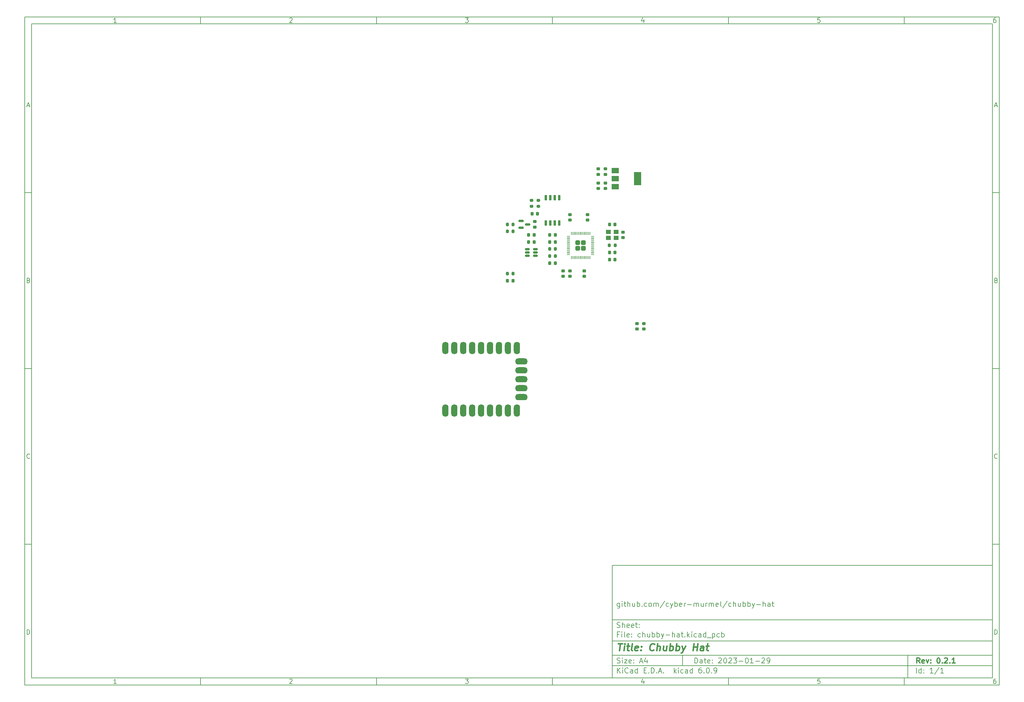
<source format=gbr>
%TF.GenerationSoftware,KiCad,Pcbnew,6.0.9*%
%TF.CreationDate,2023-01-31T15:22:10+01:00*%
%TF.ProjectId,chubby-hat,63687562-6279-42d6-9861-742e6b696361,0.2.1*%
%TF.SameCoordinates,Original*%
%TF.FileFunction,Paste,Bot*%
%TF.FilePolarity,Positive*%
%FSLAX46Y46*%
G04 Gerber Fmt 4.6, Leading zero omitted, Abs format (unit mm)*
G04 Created by KiCad (PCBNEW 6.0.9) date 2023-01-31 15:22:10*
%MOMM*%
%LPD*%
G01*
G04 APERTURE LIST*
G04 Aperture macros list*
%AMRoundRect*
0 Rectangle with rounded corners*
0 $1 Rounding radius*
0 $2 $3 $4 $5 $6 $7 $8 $9 X,Y pos of 4 corners*
0 Add a 4 corners polygon primitive as box body*
4,1,4,$2,$3,$4,$5,$6,$7,$8,$9,$2,$3,0*
0 Add four circle primitives for the rounded corners*
1,1,$1+$1,$2,$3*
1,1,$1+$1,$4,$5*
1,1,$1+$1,$6,$7*
1,1,$1+$1,$8,$9*
0 Add four rect primitives between the rounded corners*
20,1,$1+$1,$2,$3,$4,$5,0*
20,1,$1+$1,$4,$5,$6,$7,0*
20,1,$1+$1,$6,$7,$8,$9,0*
20,1,$1+$1,$8,$9,$2,$3,0*%
G04 Aperture macros list end*
%ADD10C,0.100000*%
%ADD11C,0.150000*%
%ADD12C,0.300000*%
%ADD13C,0.400000*%
%ADD14R,1.400000X1.200000*%
%ADD15RoundRect,0.225000X0.225000X0.250000X-0.225000X0.250000X-0.225000X-0.250000X0.225000X-0.250000X0*%
%ADD16RoundRect,0.200000X-0.200000X-0.275000X0.200000X-0.275000X0.200000X0.275000X-0.200000X0.275000X0*%
%ADD17RoundRect,0.200000X0.200000X0.275000X-0.200000X0.275000X-0.200000X-0.275000X0.200000X-0.275000X0*%
%ADD18RoundRect,0.218750X0.218750X0.256250X-0.218750X0.256250X-0.218750X-0.256250X0.218750X-0.256250X0*%
%ADD19RoundRect,0.225000X-0.225000X-0.250000X0.225000X-0.250000X0.225000X0.250000X-0.225000X0.250000X0*%
%ADD20RoundRect,0.225000X0.250000X-0.225000X0.250000X0.225000X-0.250000X0.225000X-0.250000X-0.225000X0*%
%ADD21RoundRect,0.225000X-0.250000X0.225000X-0.250000X-0.225000X0.250000X-0.225000X0.250000X0.225000X0*%
%ADD22RoundRect,0.150000X0.512500X0.150000X-0.512500X0.150000X-0.512500X-0.150000X0.512500X-0.150000X0*%
%ADD23RoundRect,0.249999X-0.395001X0.395001X-0.395001X-0.395001X0.395001X-0.395001X0.395001X0.395001X0*%
%ADD24RoundRect,0.050000X-0.050000X0.387500X-0.050000X-0.387500X0.050000X-0.387500X0.050000X0.387500X0*%
%ADD25RoundRect,0.050000X-0.387500X0.050000X-0.387500X-0.050000X0.387500X-0.050000X0.387500X0.050000X0*%
%ADD26RoundRect,0.150000X-0.150000X0.650000X-0.150000X-0.650000X0.150000X-0.650000X0.150000X0.650000X0*%
%ADD27R,2.000000X1.500000*%
%ADD28R,2.000000X3.800000*%
%ADD29RoundRect,0.200000X0.275000X-0.200000X0.275000X0.200000X-0.275000X0.200000X-0.275000X-0.200000X0*%
%ADD30O,1.778000X3.556000*%
%ADD31O,3.556000X1.778000*%
%ADD32RoundRect,0.150000X-0.587500X-0.150000X0.587500X-0.150000X0.587500X0.150000X-0.587500X0.150000X0*%
G04 APERTURE END LIST*
D10*
D11*
X177002200Y-166007200D02*
X177002200Y-198007200D01*
X285002200Y-198007200D01*
X285002200Y-166007200D01*
X177002200Y-166007200D01*
D10*
D11*
X10000000Y-10000000D02*
X10000000Y-200007200D01*
X287002200Y-200007200D01*
X287002200Y-10000000D01*
X10000000Y-10000000D01*
D10*
D11*
X12000000Y-12000000D02*
X12000000Y-198007200D01*
X285002200Y-198007200D01*
X285002200Y-12000000D01*
X12000000Y-12000000D01*
D10*
D11*
X60000000Y-12000000D02*
X60000000Y-10000000D01*
D10*
D11*
X110000000Y-12000000D02*
X110000000Y-10000000D01*
D10*
D11*
X160000000Y-12000000D02*
X160000000Y-10000000D01*
D10*
D11*
X210000000Y-12000000D02*
X210000000Y-10000000D01*
D10*
D11*
X260000000Y-12000000D02*
X260000000Y-10000000D01*
D10*
D11*
X36065476Y-11588095D02*
X35322619Y-11588095D01*
X35694047Y-11588095D02*
X35694047Y-10288095D01*
X35570238Y-10473809D01*
X35446428Y-10597619D01*
X35322619Y-10659523D01*
D10*
D11*
X85322619Y-10411904D02*
X85384523Y-10350000D01*
X85508333Y-10288095D01*
X85817857Y-10288095D01*
X85941666Y-10350000D01*
X86003571Y-10411904D01*
X86065476Y-10535714D01*
X86065476Y-10659523D01*
X86003571Y-10845238D01*
X85260714Y-11588095D01*
X86065476Y-11588095D01*
D10*
D11*
X135260714Y-10288095D02*
X136065476Y-10288095D01*
X135632142Y-10783333D01*
X135817857Y-10783333D01*
X135941666Y-10845238D01*
X136003571Y-10907142D01*
X136065476Y-11030952D01*
X136065476Y-11340476D01*
X136003571Y-11464285D01*
X135941666Y-11526190D01*
X135817857Y-11588095D01*
X135446428Y-11588095D01*
X135322619Y-11526190D01*
X135260714Y-11464285D01*
D10*
D11*
X185941666Y-10721428D02*
X185941666Y-11588095D01*
X185632142Y-10226190D02*
X185322619Y-11154761D01*
X186127380Y-11154761D01*
D10*
D11*
X236003571Y-10288095D02*
X235384523Y-10288095D01*
X235322619Y-10907142D01*
X235384523Y-10845238D01*
X235508333Y-10783333D01*
X235817857Y-10783333D01*
X235941666Y-10845238D01*
X236003571Y-10907142D01*
X236065476Y-11030952D01*
X236065476Y-11340476D01*
X236003571Y-11464285D01*
X235941666Y-11526190D01*
X235817857Y-11588095D01*
X235508333Y-11588095D01*
X235384523Y-11526190D01*
X235322619Y-11464285D01*
D10*
D11*
X285941666Y-10288095D02*
X285694047Y-10288095D01*
X285570238Y-10350000D01*
X285508333Y-10411904D01*
X285384523Y-10597619D01*
X285322619Y-10845238D01*
X285322619Y-11340476D01*
X285384523Y-11464285D01*
X285446428Y-11526190D01*
X285570238Y-11588095D01*
X285817857Y-11588095D01*
X285941666Y-11526190D01*
X286003571Y-11464285D01*
X286065476Y-11340476D01*
X286065476Y-11030952D01*
X286003571Y-10907142D01*
X285941666Y-10845238D01*
X285817857Y-10783333D01*
X285570238Y-10783333D01*
X285446428Y-10845238D01*
X285384523Y-10907142D01*
X285322619Y-11030952D01*
D10*
D11*
X60000000Y-198007200D02*
X60000000Y-200007200D01*
D10*
D11*
X110000000Y-198007200D02*
X110000000Y-200007200D01*
D10*
D11*
X160000000Y-198007200D02*
X160000000Y-200007200D01*
D10*
D11*
X210000000Y-198007200D02*
X210000000Y-200007200D01*
D10*
D11*
X260000000Y-198007200D02*
X260000000Y-200007200D01*
D10*
D11*
X36065476Y-199595295D02*
X35322619Y-199595295D01*
X35694047Y-199595295D02*
X35694047Y-198295295D01*
X35570238Y-198481009D01*
X35446428Y-198604819D01*
X35322619Y-198666723D01*
D10*
D11*
X85322619Y-198419104D02*
X85384523Y-198357200D01*
X85508333Y-198295295D01*
X85817857Y-198295295D01*
X85941666Y-198357200D01*
X86003571Y-198419104D01*
X86065476Y-198542914D01*
X86065476Y-198666723D01*
X86003571Y-198852438D01*
X85260714Y-199595295D01*
X86065476Y-199595295D01*
D10*
D11*
X135260714Y-198295295D02*
X136065476Y-198295295D01*
X135632142Y-198790533D01*
X135817857Y-198790533D01*
X135941666Y-198852438D01*
X136003571Y-198914342D01*
X136065476Y-199038152D01*
X136065476Y-199347676D01*
X136003571Y-199471485D01*
X135941666Y-199533390D01*
X135817857Y-199595295D01*
X135446428Y-199595295D01*
X135322619Y-199533390D01*
X135260714Y-199471485D01*
D10*
D11*
X185941666Y-198728628D02*
X185941666Y-199595295D01*
X185632142Y-198233390D02*
X185322619Y-199161961D01*
X186127380Y-199161961D01*
D10*
D11*
X236003571Y-198295295D02*
X235384523Y-198295295D01*
X235322619Y-198914342D01*
X235384523Y-198852438D01*
X235508333Y-198790533D01*
X235817857Y-198790533D01*
X235941666Y-198852438D01*
X236003571Y-198914342D01*
X236065476Y-199038152D01*
X236065476Y-199347676D01*
X236003571Y-199471485D01*
X235941666Y-199533390D01*
X235817857Y-199595295D01*
X235508333Y-199595295D01*
X235384523Y-199533390D01*
X235322619Y-199471485D01*
D10*
D11*
X285941666Y-198295295D02*
X285694047Y-198295295D01*
X285570238Y-198357200D01*
X285508333Y-198419104D01*
X285384523Y-198604819D01*
X285322619Y-198852438D01*
X285322619Y-199347676D01*
X285384523Y-199471485D01*
X285446428Y-199533390D01*
X285570238Y-199595295D01*
X285817857Y-199595295D01*
X285941666Y-199533390D01*
X286003571Y-199471485D01*
X286065476Y-199347676D01*
X286065476Y-199038152D01*
X286003571Y-198914342D01*
X285941666Y-198852438D01*
X285817857Y-198790533D01*
X285570238Y-198790533D01*
X285446428Y-198852438D01*
X285384523Y-198914342D01*
X285322619Y-199038152D01*
D10*
D11*
X10000000Y-60000000D02*
X12000000Y-60000000D01*
D10*
D11*
X10000000Y-110000000D02*
X12000000Y-110000000D01*
D10*
D11*
X10000000Y-160000000D02*
X12000000Y-160000000D01*
D10*
D11*
X10690476Y-35216666D02*
X11309523Y-35216666D01*
X10566666Y-35588095D02*
X11000000Y-34288095D01*
X11433333Y-35588095D01*
D10*
D11*
X11092857Y-84907142D02*
X11278571Y-84969047D01*
X11340476Y-85030952D01*
X11402380Y-85154761D01*
X11402380Y-85340476D01*
X11340476Y-85464285D01*
X11278571Y-85526190D01*
X11154761Y-85588095D01*
X10659523Y-85588095D01*
X10659523Y-84288095D01*
X11092857Y-84288095D01*
X11216666Y-84350000D01*
X11278571Y-84411904D01*
X11340476Y-84535714D01*
X11340476Y-84659523D01*
X11278571Y-84783333D01*
X11216666Y-84845238D01*
X11092857Y-84907142D01*
X10659523Y-84907142D01*
D10*
D11*
X11402380Y-135464285D02*
X11340476Y-135526190D01*
X11154761Y-135588095D01*
X11030952Y-135588095D01*
X10845238Y-135526190D01*
X10721428Y-135402380D01*
X10659523Y-135278571D01*
X10597619Y-135030952D01*
X10597619Y-134845238D01*
X10659523Y-134597619D01*
X10721428Y-134473809D01*
X10845238Y-134350000D01*
X11030952Y-134288095D01*
X11154761Y-134288095D01*
X11340476Y-134350000D01*
X11402380Y-134411904D01*
D10*
D11*
X10659523Y-185588095D02*
X10659523Y-184288095D01*
X10969047Y-184288095D01*
X11154761Y-184350000D01*
X11278571Y-184473809D01*
X11340476Y-184597619D01*
X11402380Y-184845238D01*
X11402380Y-185030952D01*
X11340476Y-185278571D01*
X11278571Y-185402380D01*
X11154761Y-185526190D01*
X10969047Y-185588095D01*
X10659523Y-185588095D01*
D10*
D11*
X287002200Y-60000000D02*
X285002200Y-60000000D01*
D10*
D11*
X287002200Y-110000000D02*
X285002200Y-110000000D01*
D10*
D11*
X287002200Y-160000000D02*
X285002200Y-160000000D01*
D10*
D11*
X285692676Y-35216666D02*
X286311723Y-35216666D01*
X285568866Y-35588095D02*
X286002200Y-34288095D01*
X286435533Y-35588095D01*
D10*
D11*
X286095057Y-84907142D02*
X286280771Y-84969047D01*
X286342676Y-85030952D01*
X286404580Y-85154761D01*
X286404580Y-85340476D01*
X286342676Y-85464285D01*
X286280771Y-85526190D01*
X286156961Y-85588095D01*
X285661723Y-85588095D01*
X285661723Y-84288095D01*
X286095057Y-84288095D01*
X286218866Y-84350000D01*
X286280771Y-84411904D01*
X286342676Y-84535714D01*
X286342676Y-84659523D01*
X286280771Y-84783333D01*
X286218866Y-84845238D01*
X286095057Y-84907142D01*
X285661723Y-84907142D01*
D10*
D11*
X286404580Y-135464285D02*
X286342676Y-135526190D01*
X286156961Y-135588095D01*
X286033152Y-135588095D01*
X285847438Y-135526190D01*
X285723628Y-135402380D01*
X285661723Y-135278571D01*
X285599819Y-135030952D01*
X285599819Y-134845238D01*
X285661723Y-134597619D01*
X285723628Y-134473809D01*
X285847438Y-134350000D01*
X286033152Y-134288095D01*
X286156961Y-134288095D01*
X286342676Y-134350000D01*
X286404580Y-134411904D01*
D10*
D11*
X285661723Y-185588095D02*
X285661723Y-184288095D01*
X285971247Y-184288095D01*
X286156961Y-184350000D01*
X286280771Y-184473809D01*
X286342676Y-184597619D01*
X286404580Y-184845238D01*
X286404580Y-185030952D01*
X286342676Y-185278571D01*
X286280771Y-185402380D01*
X286156961Y-185526190D01*
X285971247Y-185588095D01*
X285661723Y-185588095D01*
D10*
D11*
X200434342Y-193785771D02*
X200434342Y-192285771D01*
X200791485Y-192285771D01*
X201005771Y-192357200D01*
X201148628Y-192500057D01*
X201220057Y-192642914D01*
X201291485Y-192928628D01*
X201291485Y-193142914D01*
X201220057Y-193428628D01*
X201148628Y-193571485D01*
X201005771Y-193714342D01*
X200791485Y-193785771D01*
X200434342Y-193785771D01*
X202577200Y-193785771D02*
X202577200Y-193000057D01*
X202505771Y-192857200D01*
X202362914Y-192785771D01*
X202077200Y-192785771D01*
X201934342Y-192857200D01*
X202577200Y-193714342D02*
X202434342Y-193785771D01*
X202077200Y-193785771D01*
X201934342Y-193714342D01*
X201862914Y-193571485D01*
X201862914Y-193428628D01*
X201934342Y-193285771D01*
X202077200Y-193214342D01*
X202434342Y-193214342D01*
X202577200Y-193142914D01*
X203077200Y-192785771D02*
X203648628Y-192785771D01*
X203291485Y-192285771D02*
X203291485Y-193571485D01*
X203362914Y-193714342D01*
X203505771Y-193785771D01*
X203648628Y-193785771D01*
X204720057Y-193714342D02*
X204577200Y-193785771D01*
X204291485Y-193785771D01*
X204148628Y-193714342D01*
X204077200Y-193571485D01*
X204077200Y-193000057D01*
X204148628Y-192857200D01*
X204291485Y-192785771D01*
X204577200Y-192785771D01*
X204720057Y-192857200D01*
X204791485Y-193000057D01*
X204791485Y-193142914D01*
X204077200Y-193285771D01*
X205434342Y-193642914D02*
X205505771Y-193714342D01*
X205434342Y-193785771D01*
X205362914Y-193714342D01*
X205434342Y-193642914D01*
X205434342Y-193785771D01*
X205434342Y-192857200D02*
X205505771Y-192928628D01*
X205434342Y-193000057D01*
X205362914Y-192928628D01*
X205434342Y-192857200D01*
X205434342Y-193000057D01*
X207220057Y-192428628D02*
X207291485Y-192357200D01*
X207434342Y-192285771D01*
X207791485Y-192285771D01*
X207934342Y-192357200D01*
X208005771Y-192428628D01*
X208077200Y-192571485D01*
X208077200Y-192714342D01*
X208005771Y-192928628D01*
X207148628Y-193785771D01*
X208077200Y-193785771D01*
X209005771Y-192285771D02*
X209148628Y-192285771D01*
X209291485Y-192357200D01*
X209362914Y-192428628D01*
X209434342Y-192571485D01*
X209505771Y-192857200D01*
X209505771Y-193214342D01*
X209434342Y-193500057D01*
X209362914Y-193642914D01*
X209291485Y-193714342D01*
X209148628Y-193785771D01*
X209005771Y-193785771D01*
X208862914Y-193714342D01*
X208791485Y-193642914D01*
X208720057Y-193500057D01*
X208648628Y-193214342D01*
X208648628Y-192857200D01*
X208720057Y-192571485D01*
X208791485Y-192428628D01*
X208862914Y-192357200D01*
X209005771Y-192285771D01*
X210077200Y-192428628D02*
X210148628Y-192357200D01*
X210291485Y-192285771D01*
X210648628Y-192285771D01*
X210791485Y-192357200D01*
X210862914Y-192428628D01*
X210934342Y-192571485D01*
X210934342Y-192714342D01*
X210862914Y-192928628D01*
X210005771Y-193785771D01*
X210934342Y-193785771D01*
X211434342Y-192285771D02*
X212362914Y-192285771D01*
X211862914Y-192857200D01*
X212077200Y-192857200D01*
X212220057Y-192928628D01*
X212291485Y-193000057D01*
X212362914Y-193142914D01*
X212362914Y-193500057D01*
X212291485Y-193642914D01*
X212220057Y-193714342D01*
X212077200Y-193785771D01*
X211648628Y-193785771D01*
X211505771Y-193714342D01*
X211434342Y-193642914D01*
X213005771Y-193214342D02*
X214148628Y-193214342D01*
X215148628Y-192285771D02*
X215291485Y-192285771D01*
X215434342Y-192357200D01*
X215505771Y-192428628D01*
X215577200Y-192571485D01*
X215648628Y-192857200D01*
X215648628Y-193214342D01*
X215577200Y-193500057D01*
X215505771Y-193642914D01*
X215434342Y-193714342D01*
X215291485Y-193785771D01*
X215148628Y-193785771D01*
X215005771Y-193714342D01*
X214934342Y-193642914D01*
X214862914Y-193500057D01*
X214791485Y-193214342D01*
X214791485Y-192857200D01*
X214862914Y-192571485D01*
X214934342Y-192428628D01*
X215005771Y-192357200D01*
X215148628Y-192285771D01*
X217077200Y-193785771D02*
X216220057Y-193785771D01*
X216648628Y-193785771D02*
X216648628Y-192285771D01*
X216505771Y-192500057D01*
X216362914Y-192642914D01*
X216220057Y-192714342D01*
X217720057Y-193214342D02*
X218862914Y-193214342D01*
X219505771Y-192428628D02*
X219577200Y-192357200D01*
X219720057Y-192285771D01*
X220077200Y-192285771D01*
X220220057Y-192357200D01*
X220291485Y-192428628D01*
X220362914Y-192571485D01*
X220362914Y-192714342D01*
X220291485Y-192928628D01*
X219434342Y-193785771D01*
X220362914Y-193785771D01*
X221077200Y-193785771D02*
X221362914Y-193785771D01*
X221505771Y-193714342D01*
X221577200Y-193642914D01*
X221720057Y-193428628D01*
X221791485Y-193142914D01*
X221791485Y-192571485D01*
X221720057Y-192428628D01*
X221648628Y-192357200D01*
X221505771Y-192285771D01*
X221220057Y-192285771D01*
X221077200Y-192357200D01*
X221005771Y-192428628D01*
X220934342Y-192571485D01*
X220934342Y-192928628D01*
X221005771Y-193071485D01*
X221077200Y-193142914D01*
X221220057Y-193214342D01*
X221505771Y-193214342D01*
X221648628Y-193142914D01*
X221720057Y-193071485D01*
X221791485Y-192928628D01*
D10*
D11*
X177002200Y-194507200D02*
X285002200Y-194507200D01*
D10*
D11*
X178434342Y-196585771D02*
X178434342Y-195085771D01*
X179291485Y-196585771D02*
X178648628Y-195728628D01*
X179291485Y-195085771D02*
X178434342Y-195942914D01*
X179934342Y-196585771D02*
X179934342Y-195585771D01*
X179934342Y-195085771D02*
X179862914Y-195157200D01*
X179934342Y-195228628D01*
X180005771Y-195157200D01*
X179934342Y-195085771D01*
X179934342Y-195228628D01*
X181505771Y-196442914D02*
X181434342Y-196514342D01*
X181220057Y-196585771D01*
X181077200Y-196585771D01*
X180862914Y-196514342D01*
X180720057Y-196371485D01*
X180648628Y-196228628D01*
X180577200Y-195942914D01*
X180577200Y-195728628D01*
X180648628Y-195442914D01*
X180720057Y-195300057D01*
X180862914Y-195157200D01*
X181077200Y-195085771D01*
X181220057Y-195085771D01*
X181434342Y-195157200D01*
X181505771Y-195228628D01*
X182791485Y-196585771D02*
X182791485Y-195800057D01*
X182720057Y-195657200D01*
X182577200Y-195585771D01*
X182291485Y-195585771D01*
X182148628Y-195657200D01*
X182791485Y-196514342D02*
X182648628Y-196585771D01*
X182291485Y-196585771D01*
X182148628Y-196514342D01*
X182077200Y-196371485D01*
X182077200Y-196228628D01*
X182148628Y-196085771D01*
X182291485Y-196014342D01*
X182648628Y-196014342D01*
X182791485Y-195942914D01*
X184148628Y-196585771D02*
X184148628Y-195085771D01*
X184148628Y-196514342D02*
X184005771Y-196585771D01*
X183720057Y-196585771D01*
X183577200Y-196514342D01*
X183505771Y-196442914D01*
X183434342Y-196300057D01*
X183434342Y-195871485D01*
X183505771Y-195728628D01*
X183577200Y-195657200D01*
X183720057Y-195585771D01*
X184005771Y-195585771D01*
X184148628Y-195657200D01*
X186005771Y-195800057D02*
X186505771Y-195800057D01*
X186720057Y-196585771D02*
X186005771Y-196585771D01*
X186005771Y-195085771D01*
X186720057Y-195085771D01*
X187362914Y-196442914D02*
X187434342Y-196514342D01*
X187362914Y-196585771D01*
X187291485Y-196514342D01*
X187362914Y-196442914D01*
X187362914Y-196585771D01*
X188077200Y-196585771D02*
X188077200Y-195085771D01*
X188434342Y-195085771D01*
X188648628Y-195157200D01*
X188791485Y-195300057D01*
X188862914Y-195442914D01*
X188934342Y-195728628D01*
X188934342Y-195942914D01*
X188862914Y-196228628D01*
X188791485Y-196371485D01*
X188648628Y-196514342D01*
X188434342Y-196585771D01*
X188077200Y-196585771D01*
X189577200Y-196442914D02*
X189648628Y-196514342D01*
X189577200Y-196585771D01*
X189505771Y-196514342D01*
X189577200Y-196442914D01*
X189577200Y-196585771D01*
X190220057Y-196157200D02*
X190934342Y-196157200D01*
X190077200Y-196585771D02*
X190577200Y-195085771D01*
X191077200Y-196585771D01*
X191577200Y-196442914D02*
X191648628Y-196514342D01*
X191577200Y-196585771D01*
X191505771Y-196514342D01*
X191577200Y-196442914D01*
X191577200Y-196585771D01*
X194577200Y-196585771D02*
X194577200Y-195085771D01*
X194720057Y-196014342D02*
X195148628Y-196585771D01*
X195148628Y-195585771D02*
X194577200Y-196157200D01*
X195791485Y-196585771D02*
X195791485Y-195585771D01*
X195791485Y-195085771D02*
X195720057Y-195157200D01*
X195791485Y-195228628D01*
X195862914Y-195157200D01*
X195791485Y-195085771D01*
X195791485Y-195228628D01*
X197148628Y-196514342D02*
X197005771Y-196585771D01*
X196720057Y-196585771D01*
X196577200Y-196514342D01*
X196505771Y-196442914D01*
X196434342Y-196300057D01*
X196434342Y-195871485D01*
X196505771Y-195728628D01*
X196577200Y-195657200D01*
X196720057Y-195585771D01*
X197005771Y-195585771D01*
X197148628Y-195657200D01*
X198434342Y-196585771D02*
X198434342Y-195800057D01*
X198362914Y-195657200D01*
X198220057Y-195585771D01*
X197934342Y-195585771D01*
X197791485Y-195657200D01*
X198434342Y-196514342D02*
X198291485Y-196585771D01*
X197934342Y-196585771D01*
X197791485Y-196514342D01*
X197720057Y-196371485D01*
X197720057Y-196228628D01*
X197791485Y-196085771D01*
X197934342Y-196014342D01*
X198291485Y-196014342D01*
X198434342Y-195942914D01*
X199791485Y-196585771D02*
X199791485Y-195085771D01*
X199791485Y-196514342D02*
X199648628Y-196585771D01*
X199362914Y-196585771D01*
X199220057Y-196514342D01*
X199148628Y-196442914D01*
X199077200Y-196300057D01*
X199077200Y-195871485D01*
X199148628Y-195728628D01*
X199220057Y-195657200D01*
X199362914Y-195585771D01*
X199648628Y-195585771D01*
X199791485Y-195657200D01*
X202291485Y-195085771D02*
X202005771Y-195085771D01*
X201862914Y-195157200D01*
X201791485Y-195228628D01*
X201648628Y-195442914D01*
X201577200Y-195728628D01*
X201577200Y-196300057D01*
X201648628Y-196442914D01*
X201720057Y-196514342D01*
X201862914Y-196585771D01*
X202148628Y-196585771D01*
X202291485Y-196514342D01*
X202362914Y-196442914D01*
X202434342Y-196300057D01*
X202434342Y-195942914D01*
X202362914Y-195800057D01*
X202291485Y-195728628D01*
X202148628Y-195657200D01*
X201862914Y-195657200D01*
X201720057Y-195728628D01*
X201648628Y-195800057D01*
X201577200Y-195942914D01*
X203077200Y-196442914D02*
X203148628Y-196514342D01*
X203077200Y-196585771D01*
X203005771Y-196514342D01*
X203077200Y-196442914D01*
X203077200Y-196585771D01*
X204077200Y-195085771D02*
X204220057Y-195085771D01*
X204362914Y-195157200D01*
X204434342Y-195228628D01*
X204505771Y-195371485D01*
X204577200Y-195657200D01*
X204577200Y-196014342D01*
X204505771Y-196300057D01*
X204434342Y-196442914D01*
X204362914Y-196514342D01*
X204220057Y-196585771D01*
X204077200Y-196585771D01*
X203934342Y-196514342D01*
X203862914Y-196442914D01*
X203791485Y-196300057D01*
X203720057Y-196014342D01*
X203720057Y-195657200D01*
X203791485Y-195371485D01*
X203862914Y-195228628D01*
X203934342Y-195157200D01*
X204077200Y-195085771D01*
X205220057Y-196442914D02*
X205291485Y-196514342D01*
X205220057Y-196585771D01*
X205148628Y-196514342D01*
X205220057Y-196442914D01*
X205220057Y-196585771D01*
X206005771Y-196585771D02*
X206291485Y-196585771D01*
X206434342Y-196514342D01*
X206505771Y-196442914D01*
X206648628Y-196228628D01*
X206720057Y-195942914D01*
X206720057Y-195371485D01*
X206648628Y-195228628D01*
X206577200Y-195157200D01*
X206434342Y-195085771D01*
X206148628Y-195085771D01*
X206005771Y-195157200D01*
X205934342Y-195228628D01*
X205862914Y-195371485D01*
X205862914Y-195728628D01*
X205934342Y-195871485D01*
X206005771Y-195942914D01*
X206148628Y-196014342D01*
X206434342Y-196014342D01*
X206577200Y-195942914D01*
X206648628Y-195871485D01*
X206720057Y-195728628D01*
D10*
D11*
X177002200Y-191507200D02*
X285002200Y-191507200D01*
D10*
D12*
X264411485Y-193785771D02*
X263911485Y-193071485D01*
X263554342Y-193785771D02*
X263554342Y-192285771D01*
X264125771Y-192285771D01*
X264268628Y-192357200D01*
X264340057Y-192428628D01*
X264411485Y-192571485D01*
X264411485Y-192785771D01*
X264340057Y-192928628D01*
X264268628Y-193000057D01*
X264125771Y-193071485D01*
X263554342Y-193071485D01*
X265625771Y-193714342D02*
X265482914Y-193785771D01*
X265197200Y-193785771D01*
X265054342Y-193714342D01*
X264982914Y-193571485D01*
X264982914Y-193000057D01*
X265054342Y-192857200D01*
X265197200Y-192785771D01*
X265482914Y-192785771D01*
X265625771Y-192857200D01*
X265697200Y-193000057D01*
X265697200Y-193142914D01*
X264982914Y-193285771D01*
X266197200Y-192785771D02*
X266554342Y-193785771D01*
X266911485Y-192785771D01*
X267482914Y-193642914D02*
X267554342Y-193714342D01*
X267482914Y-193785771D01*
X267411485Y-193714342D01*
X267482914Y-193642914D01*
X267482914Y-193785771D01*
X267482914Y-192857200D02*
X267554342Y-192928628D01*
X267482914Y-193000057D01*
X267411485Y-192928628D01*
X267482914Y-192857200D01*
X267482914Y-193000057D01*
X269625771Y-192285771D02*
X269768628Y-192285771D01*
X269911485Y-192357200D01*
X269982914Y-192428628D01*
X270054342Y-192571485D01*
X270125771Y-192857200D01*
X270125771Y-193214342D01*
X270054342Y-193500057D01*
X269982914Y-193642914D01*
X269911485Y-193714342D01*
X269768628Y-193785771D01*
X269625771Y-193785771D01*
X269482914Y-193714342D01*
X269411485Y-193642914D01*
X269340057Y-193500057D01*
X269268628Y-193214342D01*
X269268628Y-192857200D01*
X269340057Y-192571485D01*
X269411485Y-192428628D01*
X269482914Y-192357200D01*
X269625771Y-192285771D01*
X270768628Y-193642914D02*
X270840057Y-193714342D01*
X270768628Y-193785771D01*
X270697200Y-193714342D01*
X270768628Y-193642914D01*
X270768628Y-193785771D01*
X271411485Y-192428628D02*
X271482914Y-192357200D01*
X271625771Y-192285771D01*
X271982914Y-192285771D01*
X272125771Y-192357200D01*
X272197200Y-192428628D01*
X272268628Y-192571485D01*
X272268628Y-192714342D01*
X272197200Y-192928628D01*
X271340057Y-193785771D01*
X272268628Y-193785771D01*
X272911485Y-193642914D02*
X272982914Y-193714342D01*
X272911485Y-193785771D01*
X272840057Y-193714342D01*
X272911485Y-193642914D01*
X272911485Y-193785771D01*
X274411485Y-193785771D02*
X273554342Y-193785771D01*
X273982914Y-193785771D02*
X273982914Y-192285771D01*
X273840057Y-192500057D01*
X273697200Y-192642914D01*
X273554342Y-192714342D01*
D10*
D11*
X178362914Y-193714342D02*
X178577200Y-193785771D01*
X178934342Y-193785771D01*
X179077200Y-193714342D01*
X179148628Y-193642914D01*
X179220057Y-193500057D01*
X179220057Y-193357200D01*
X179148628Y-193214342D01*
X179077200Y-193142914D01*
X178934342Y-193071485D01*
X178648628Y-193000057D01*
X178505771Y-192928628D01*
X178434342Y-192857200D01*
X178362914Y-192714342D01*
X178362914Y-192571485D01*
X178434342Y-192428628D01*
X178505771Y-192357200D01*
X178648628Y-192285771D01*
X179005771Y-192285771D01*
X179220057Y-192357200D01*
X179862914Y-193785771D02*
X179862914Y-192785771D01*
X179862914Y-192285771D02*
X179791485Y-192357200D01*
X179862914Y-192428628D01*
X179934342Y-192357200D01*
X179862914Y-192285771D01*
X179862914Y-192428628D01*
X180434342Y-192785771D02*
X181220057Y-192785771D01*
X180434342Y-193785771D01*
X181220057Y-193785771D01*
X182362914Y-193714342D02*
X182220057Y-193785771D01*
X181934342Y-193785771D01*
X181791485Y-193714342D01*
X181720057Y-193571485D01*
X181720057Y-193000057D01*
X181791485Y-192857200D01*
X181934342Y-192785771D01*
X182220057Y-192785771D01*
X182362914Y-192857200D01*
X182434342Y-193000057D01*
X182434342Y-193142914D01*
X181720057Y-193285771D01*
X183077200Y-193642914D02*
X183148628Y-193714342D01*
X183077200Y-193785771D01*
X183005771Y-193714342D01*
X183077200Y-193642914D01*
X183077200Y-193785771D01*
X183077200Y-192857200D02*
X183148628Y-192928628D01*
X183077200Y-193000057D01*
X183005771Y-192928628D01*
X183077200Y-192857200D01*
X183077200Y-193000057D01*
X184862914Y-193357200D02*
X185577200Y-193357200D01*
X184720057Y-193785771D02*
X185220057Y-192285771D01*
X185720057Y-193785771D01*
X186862914Y-192785771D02*
X186862914Y-193785771D01*
X186505771Y-192214342D02*
X186148628Y-193285771D01*
X187077200Y-193285771D01*
D10*
D11*
X263434342Y-196585771D02*
X263434342Y-195085771D01*
X264791485Y-196585771D02*
X264791485Y-195085771D01*
X264791485Y-196514342D02*
X264648628Y-196585771D01*
X264362914Y-196585771D01*
X264220057Y-196514342D01*
X264148628Y-196442914D01*
X264077200Y-196300057D01*
X264077200Y-195871485D01*
X264148628Y-195728628D01*
X264220057Y-195657200D01*
X264362914Y-195585771D01*
X264648628Y-195585771D01*
X264791485Y-195657200D01*
X265505771Y-196442914D02*
X265577200Y-196514342D01*
X265505771Y-196585771D01*
X265434342Y-196514342D01*
X265505771Y-196442914D01*
X265505771Y-196585771D01*
X265505771Y-195657200D02*
X265577200Y-195728628D01*
X265505771Y-195800057D01*
X265434342Y-195728628D01*
X265505771Y-195657200D01*
X265505771Y-195800057D01*
X268148628Y-196585771D02*
X267291485Y-196585771D01*
X267720057Y-196585771D02*
X267720057Y-195085771D01*
X267577200Y-195300057D01*
X267434342Y-195442914D01*
X267291485Y-195514342D01*
X269862914Y-195014342D02*
X268577200Y-196942914D01*
X271148628Y-196585771D02*
X270291485Y-196585771D01*
X270720057Y-196585771D02*
X270720057Y-195085771D01*
X270577200Y-195300057D01*
X270434342Y-195442914D01*
X270291485Y-195514342D01*
D10*
D11*
X177002200Y-187507200D02*
X285002200Y-187507200D01*
D10*
D13*
X178714580Y-188211961D02*
X179857438Y-188211961D01*
X179036009Y-190211961D02*
X179286009Y-188211961D01*
X180274104Y-190211961D02*
X180440771Y-188878628D01*
X180524104Y-188211961D02*
X180416961Y-188307200D01*
X180500295Y-188402438D01*
X180607438Y-188307200D01*
X180524104Y-188211961D01*
X180500295Y-188402438D01*
X181107438Y-188878628D02*
X181869342Y-188878628D01*
X181476485Y-188211961D02*
X181262200Y-189926247D01*
X181333628Y-190116723D01*
X181512200Y-190211961D01*
X181702676Y-190211961D01*
X182655057Y-190211961D02*
X182476485Y-190116723D01*
X182405057Y-189926247D01*
X182619342Y-188211961D01*
X184190771Y-190116723D02*
X183988390Y-190211961D01*
X183607438Y-190211961D01*
X183428866Y-190116723D01*
X183357438Y-189926247D01*
X183452676Y-189164342D01*
X183571723Y-188973866D01*
X183774104Y-188878628D01*
X184155057Y-188878628D01*
X184333628Y-188973866D01*
X184405057Y-189164342D01*
X184381247Y-189354819D01*
X183405057Y-189545295D01*
X185155057Y-190021485D02*
X185238390Y-190116723D01*
X185131247Y-190211961D01*
X185047914Y-190116723D01*
X185155057Y-190021485D01*
X185131247Y-190211961D01*
X185286009Y-188973866D02*
X185369342Y-189069104D01*
X185262200Y-189164342D01*
X185178866Y-189069104D01*
X185286009Y-188973866D01*
X185262200Y-189164342D01*
X188774104Y-190021485D02*
X188666961Y-190116723D01*
X188369342Y-190211961D01*
X188178866Y-190211961D01*
X187905057Y-190116723D01*
X187738390Y-189926247D01*
X187666961Y-189735771D01*
X187619342Y-189354819D01*
X187655057Y-189069104D01*
X187797914Y-188688152D01*
X187916961Y-188497676D01*
X188131247Y-188307200D01*
X188428866Y-188211961D01*
X188619342Y-188211961D01*
X188893152Y-188307200D01*
X188976485Y-188402438D01*
X189607438Y-190211961D02*
X189857438Y-188211961D01*
X190464580Y-190211961D02*
X190595533Y-189164342D01*
X190524104Y-188973866D01*
X190345533Y-188878628D01*
X190059819Y-188878628D01*
X189857438Y-188973866D01*
X189750295Y-189069104D01*
X192440771Y-188878628D02*
X192274104Y-190211961D01*
X191583628Y-188878628D02*
X191452676Y-189926247D01*
X191524104Y-190116723D01*
X191702676Y-190211961D01*
X191988390Y-190211961D01*
X192190771Y-190116723D01*
X192297914Y-190021485D01*
X193226485Y-190211961D02*
X193476485Y-188211961D01*
X193381247Y-188973866D02*
X193583628Y-188878628D01*
X193964580Y-188878628D01*
X194143152Y-188973866D01*
X194226485Y-189069104D01*
X194297914Y-189259580D01*
X194226485Y-189831009D01*
X194107438Y-190021485D01*
X194000295Y-190116723D01*
X193797914Y-190211961D01*
X193416961Y-190211961D01*
X193238390Y-190116723D01*
X195036009Y-190211961D02*
X195286009Y-188211961D01*
X195190771Y-188973866D02*
X195393152Y-188878628D01*
X195774104Y-188878628D01*
X195952676Y-188973866D01*
X196036009Y-189069104D01*
X196107438Y-189259580D01*
X196036009Y-189831009D01*
X195916961Y-190021485D01*
X195809819Y-190116723D01*
X195607438Y-190211961D01*
X195226485Y-190211961D01*
X195047914Y-190116723D01*
X196821723Y-188878628D02*
X197131247Y-190211961D01*
X197774104Y-188878628D02*
X197131247Y-190211961D01*
X196881247Y-190688152D01*
X196774104Y-190783390D01*
X196571723Y-190878628D01*
X199893152Y-190211961D02*
X200143152Y-188211961D01*
X200024104Y-189164342D02*
X201166961Y-189164342D01*
X201036009Y-190211961D02*
X201286009Y-188211961D01*
X202845533Y-190211961D02*
X202976485Y-189164342D01*
X202905057Y-188973866D01*
X202726485Y-188878628D01*
X202345533Y-188878628D01*
X202143152Y-188973866D01*
X202857438Y-190116723D02*
X202655057Y-190211961D01*
X202178866Y-190211961D01*
X202000295Y-190116723D01*
X201928866Y-189926247D01*
X201952676Y-189735771D01*
X202071723Y-189545295D01*
X202274104Y-189450057D01*
X202750295Y-189450057D01*
X202952676Y-189354819D01*
X203678866Y-188878628D02*
X204440771Y-188878628D01*
X204047914Y-188211961D02*
X203833628Y-189926247D01*
X203905057Y-190116723D01*
X204083628Y-190211961D01*
X204274104Y-190211961D01*
D10*
D11*
X178934342Y-185600057D02*
X178434342Y-185600057D01*
X178434342Y-186385771D02*
X178434342Y-184885771D01*
X179148628Y-184885771D01*
X179720057Y-186385771D02*
X179720057Y-185385771D01*
X179720057Y-184885771D02*
X179648628Y-184957200D01*
X179720057Y-185028628D01*
X179791485Y-184957200D01*
X179720057Y-184885771D01*
X179720057Y-185028628D01*
X180648628Y-186385771D02*
X180505771Y-186314342D01*
X180434342Y-186171485D01*
X180434342Y-184885771D01*
X181791485Y-186314342D02*
X181648628Y-186385771D01*
X181362914Y-186385771D01*
X181220057Y-186314342D01*
X181148628Y-186171485D01*
X181148628Y-185600057D01*
X181220057Y-185457200D01*
X181362914Y-185385771D01*
X181648628Y-185385771D01*
X181791485Y-185457200D01*
X181862914Y-185600057D01*
X181862914Y-185742914D01*
X181148628Y-185885771D01*
X182505771Y-186242914D02*
X182577200Y-186314342D01*
X182505771Y-186385771D01*
X182434342Y-186314342D01*
X182505771Y-186242914D01*
X182505771Y-186385771D01*
X182505771Y-185457200D02*
X182577200Y-185528628D01*
X182505771Y-185600057D01*
X182434342Y-185528628D01*
X182505771Y-185457200D01*
X182505771Y-185600057D01*
X185005771Y-186314342D02*
X184862914Y-186385771D01*
X184577200Y-186385771D01*
X184434342Y-186314342D01*
X184362914Y-186242914D01*
X184291485Y-186100057D01*
X184291485Y-185671485D01*
X184362914Y-185528628D01*
X184434342Y-185457200D01*
X184577200Y-185385771D01*
X184862914Y-185385771D01*
X185005771Y-185457200D01*
X185648628Y-186385771D02*
X185648628Y-184885771D01*
X186291485Y-186385771D02*
X186291485Y-185600057D01*
X186220057Y-185457200D01*
X186077200Y-185385771D01*
X185862914Y-185385771D01*
X185720057Y-185457200D01*
X185648628Y-185528628D01*
X187648628Y-185385771D02*
X187648628Y-186385771D01*
X187005771Y-185385771D02*
X187005771Y-186171485D01*
X187077200Y-186314342D01*
X187220057Y-186385771D01*
X187434342Y-186385771D01*
X187577200Y-186314342D01*
X187648628Y-186242914D01*
X188362914Y-186385771D02*
X188362914Y-184885771D01*
X188362914Y-185457200D02*
X188505771Y-185385771D01*
X188791485Y-185385771D01*
X188934342Y-185457200D01*
X189005771Y-185528628D01*
X189077200Y-185671485D01*
X189077200Y-186100057D01*
X189005771Y-186242914D01*
X188934342Y-186314342D01*
X188791485Y-186385771D01*
X188505771Y-186385771D01*
X188362914Y-186314342D01*
X189720057Y-186385771D02*
X189720057Y-184885771D01*
X189720057Y-185457200D02*
X189862914Y-185385771D01*
X190148628Y-185385771D01*
X190291485Y-185457200D01*
X190362914Y-185528628D01*
X190434342Y-185671485D01*
X190434342Y-186100057D01*
X190362914Y-186242914D01*
X190291485Y-186314342D01*
X190148628Y-186385771D01*
X189862914Y-186385771D01*
X189720057Y-186314342D01*
X190934342Y-185385771D02*
X191291485Y-186385771D01*
X191648628Y-185385771D02*
X191291485Y-186385771D01*
X191148628Y-186742914D01*
X191077200Y-186814342D01*
X190934342Y-186885771D01*
X192220057Y-185814342D02*
X193362914Y-185814342D01*
X194077200Y-186385771D02*
X194077200Y-184885771D01*
X194720057Y-186385771D02*
X194720057Y-185600057D01*
X194648628Y-185457200D01*
X194505771Y-185385771D01*
X194291485Y-185385771D01*
X194148628Y-185457200D01*
X194077200Y-185528628D01*
X196077200Y-186385771D02*
X196077200Y-185600057D01*
X196005771Y-185457200D01*
X195862914Y-185385771D01*
X195577200Y-185385771D01*
X195434342Y-185457200D01*
X196077200Y-186314342D02*
X195934342Y-186385771D01*
X195577200Y-186385771D01*
X195434342Y-186314342D01*
X195362914Y-186171485D01*
X195362914Y-186028628D01*
X195434342Y-185885771D01*
X195577200Y-185814342D01*
X195934342Y-185814342D01*
X196077200Y-185742914D01*
X196577200Y-185385771D02*
X197148628Y-185385771D01*
X196791485Y-184885771D02*
X196791485Y-186171485D01*
X196862914Y-186314342D01*
X197005771Y-186385771D01*
X197148628Y-186385771D01*
X197648628Y-186242914D02*
X197720057Y-186314342D01*
X197648628Y-186385771D01*
X197577200Y-186314342D01*
X197648628Y-186242914D01*
X197648628Y-186385771D01*
X198362914Y-186385771D02*
X198362914Y-184885771D01*
X198505771Y-185814342D02*
X198934342Y-186385771D01*
X198934342Y-185385771D02*
X198362914Y-185957200D01*
X199577200Y-186385771D02*
X199577200Y-185385771D01*
X199577200Y-184885771D02*
X199505771Y-184957200D01*
X199577200Y-185028628D01*
X199648628Y-184957200D01*
X199577200Y-184885771D01*
X199577200Y-185028628D01*
X200934342Y-186314342D02*
X200791485Y-186385771D01*
X200505771Y-186385771D01*
X200362914Y-186314342D01*
X200291485Y-186242914D01*
X200220057Y-186100057D01*
X200220057Y-185671485D01*
X200291485Y-185528628D01*
X200362914Y-185457200D01*
X200505771Y-185385771D01*
X200791485Y-185385771D01*
X200934342Y-185457200D01*
X202220057Y-186385771D02*
X202220057Y-185600057D01*
X202148628Y-185457200D01*
X202005771Y-185385771D01*
X201720057Y-185385771D01*
X201577200Y-185457200D01*
X202220057Y-186314342D02*
X202077200Y-186385771D01*
X201720057Y-186385771D01*
X201577200Y-186314342D01*
X201505771Y-186171485D01*
X201505771Y-186028628D01*
X201577200Y-185885771D01*
X201720057Y-185814342D01*
X202077200Y-185814342D01*
X202220057Y-185742914D01*
X203577200Y-186385771D02*
X203577200Y-184885771D01*
X203577200Y-186314342D02*
X203434342Y-186385771D01*
X203148628Y-186385771D01*
X203005771Y-186314342D01*
X202934342Y-186242914D01*
X202862914Y-186100057D01*
X202862914Y-185671485D01*
X202934342Y-185528628D01*
X203005771Y-185457200D01*
X203148628Y-185385771D01*
X203434342Y-185385771D01*
X203577200Y-185457200D01*
X203934342Y-186528628D02*
X205077200Y-186528628D01*
X205434342Y-185385771D02*
X205434342Y-186885771D01*
X205434342Y-185457200D02*
X205577200Y-185385771D01*
X205862914Y-185385771D01*
X206005771Y-185457200D01*
X206077200Y-185528628D01*
X206148628Y-185671485D01*
X206148628Y-186100057D01*
X206077200Y-186242914D01*
X206005771Y-186314342D01*
X205862914Y-186385771D01*
X205577200Y-186385771D01*
X205434342Y-186314342D01*
X207434342Y-186314342D02*
X207291485Y-186385771D01*
X207005771Y-186385771D01*
X206862914Y-186314342D01*
X206791485Y-186242914D01*
X206720057Y-186100057D01*
X206720057Y-185671485D01*
X206791485Y-185528628D01*
X206862914Y-185457200D01*
X207005771Y-185385771D01*
X207291485Y-185385771D01*
X207434342Y-185457200D01*
X208077200Y-186385771D02*
X208077200Y-184885771D01*
X208077200Y-185457200D02*
X208220057Y-185385771D01*
X208505771Y-185385771D01*
X208648628Y-185457200D01*
X208720057Y-185528628D01*
X208791485Y-185671485D01*
X208791485Y-186100057D01*
X208720057Y-186242914D01*
X208648628Y-186314342D01*
X208505771Y-186385771D01*
X208220057Y-186385771D01*
X208077200Y-186314342D01*
D10*
D11*
X177002200Y-181507200D02*
X285002200Y-181507200D01*
D10*
D11*
X178362914Y-183614342D02*
X178577200Y-183685771D01*
X178934342Y-183685771D01*
X179077200Y-183614342D01*
X179148628Y-183542914D01*
X179220057Y-183400057D01*
X179220057Y-183257200D01*
X179148628Y-183114342D01*
X179077200Y-183042914D01*
X178934342Y-182971485D01*
X178648628Y-182900057D01*
X178505771Y-182828628D01*
X178434342Y-182757200D01*
X178362914Y-182614342D01*
X178362914Y-182471485D01*
X178434342Y-182328628D01*
X178505771Y-182257200D01*
X178648628Y-182185771D01*
X179005771Y-182185771D01*
X179220057Y-182257200D01*
X179862914Y-183685771D02*
X179862914Y-182185771D01*
X180505771Y-183685771D02*
X180505771Y-182900057D01*
X180434342Y-182757200D01*
X180291485Y-182685771D01*
X180077200Y-182685771D01*
X179934342Y-182757200D01*
X179862914Y-182828628D01*
X181791485Y-183614342D02*
X181648628Y-183685771D01*
X181362914Y-183685771D01*
X181220057Y-183614342D01*
X181148628Y-183471485D01*
X181148628Y-182900057D01*
X181220057Y-182757200D01*
X181362914Y-182685771D01*
X181648628Y-182685771D01*
X181791485Y-182757200D01*
X181862914Y-182900057D01*
X181862914Y-183042914D01*
X181148628Y-183185771D01*
X183077200Y-183614342D02*
X182934342Y-183685771D01*
X182648628Y-183685771D01*
X182505771Y-183614342D01*
X182434342Y-183471485D01*
X182434342Y-182900057D01*
X182505771Y-182757200D01*
X182648628Y-182685771D01*
X182934342Y-182685771D01*
X183077200Y-182757200D01*
X183148628Y-182900057D01*
X183148628Y-183042914D01*
X182434342Y-183185771D01*
X183577200Y-182685771D02*
X184148628Y-182685771D01*
X183791485Y-182185771D02*
X183791485Y-183471485D01*
X183862914Y-183614342D01*
X184005771Y-183685771D01*
X184148628Y-183685771D01*
X184648628Y-183542914D02*
X184720057Y-183614342D01*
X184648628Y-183685771D01*
X184577200Y-183614342D01*
X184648628Y-183542914D01*
X184648628Y-183685771D01*
X184648628Y-182757200D02*
X184720057Y-182828628D01*
X184648628Y-182900057D01*
X184577200Y-182828628D01*
X184648628Y-182757200D01*
X184648628Y-182900057D01*
D10*
D12*
D10*
D11*
X179077200Y-176685771D02*
X179077200Y-177900057D01*
X179005771Y-178042914D01*
X178934342Y-178114342D01*
X178791485Y-178185771D01*
X178577200Y-178185771D01*
X178434342Y-178114342D01*
X179077200Y-177614342D02*
X178934342Y-177685771D01*
X178648628Y-177685771D01*
X178505771Y-177614342D01*
X178434342Y-177542914D01*
X178362914Y-177400057D01*
X178362914Y-176971485D01*
X178434342Y-176828628D01*
X178505771Y-176757200D01*
X178648628Y-176685771D01*
X178934342Y-176685771D01*
X179077200Y-176757200D01*
X179791485Y-177685771D02*
X179791485Y-176685771D01*
X179791485Y-176185771D02*
X179720057Y-176257200D01*
X179791485Y-176328628D01*
X179862914Y-176257200D01*
X179791485Y-176185771D01*
X179791485Y-176328628D01*
X180291485Y-176685771D02*
X180862914Y-176685771D01*
X180505771Y-176185771D02*
X180505771Y-177471485D01*
X180577200Y-177614342D01*
X180720057Y-177685771D01*
X180862914Y-177685771D01*
X181362914Y-177685771D02*
X181362914Y-176185771D01*
X182005771Y-177685771D02*
X182005771Y-176900057D01*
X181934342Y-176757200D01*
X181791485Y-176685771D01*
X181577200Y-176685771D01*
X181434342Y-176757200D01*
X181362914Y-176828628D01*
X183362914Y-176685771D02*
X183362914Y-177685771D01*
X182720057Y-176685771D02*
X182720057Y-177471485D01*
X182791485Y-177614342D01*
X182934342Y-177685771D01*
X183148628Y-177685771D01*
X183291485Y-177614342D01*
X183362914Y-177542914D01*
X184077200Y-177685771D02*
X184077200Y-176185771D01*
X184077200Y-176757200D02*
X184220057Y-176685771D01*
X184505771Y-176685771D01*
X184648628Y-176757200D01*
X184720057Y-176828628D01*
X184791485Y-176971485D01*
X184791485Y-177400057D01*
X184720057Y-177542914D01*
X184648628Y-177614342D01*
X184505771Y-177685771D01*
X184220057Y-177685771D01*
X184077200Y-177614342D01*
X185434342Y-177542914D02*
X185505771Y-177614342D01*
X185434342Y-177685771D01*
X185362914Y-177614342D01*
X185434342Y-177542914D01*
X185434342Y-177685771D01*
X186791485Y-177614342D02*
X186648628Y-177685771D01*
X186362914Y-177685771D01*
X186220057Y-177614342D01*
X186148628Y-177542914D01*
X186077200Y-177400057D01*
X186077200Y-176971485D01*
X186148628Y-176828628D01*
X186220057Y-176757200D01*
X186362914Y-176685771D01*
X186648628Y-176685771D01*
X186791485Y-176757200D01*
X187648628Y-177685771D02*
X187505771Y-177614342D01*
X187434342Y-177542914D01*
X187362914Y-177400057D01*
X187362914Y-176971485D01*
X187434342Y-176828628D01*
X187505771Y-176757200D01*
X187648628Y-176685771D01*
X187862914Y-176685771D01*
X188005771Y-176757200D01*
X188077200Y-176828628D01*
X188148628Y-176971485D01*
X188148628Y-177400057D01*
X188077200Y-177542914D01*
X188005771Y-177614342D01*
X187862914Y-177685771D01*
X187648628Y-177685771D01*
X188791485Y-177685771D02*
X188791485Y-176685771D01*
X188791485Y-176828628D02*
X188862914Y-176757200D01*
X189005771Y-176685771D01*
X189220057Y-176685771D01*
X189362914Y-176757200D01*
X189434342Y-176900057D01*
X189434342Y-177685771D01*
X189434342Y-176900057D02*
X189505771Y-176757200D01*
X189648628Y-176685771D01*
X189862914Y-176685771D01*
X190005771Y-176757200D01*
X190077200Y-176900057D01*
X190077200Y-177685771D01*
X191862914Y-176114342D02*
X190577200Y-178042914D01*
X193005771Y-177614342D02*
X192862914Y-177685771D01*
X192577200Y-177685771D01*
X192434342Y-177614342D01*
X192362914Y-177542914D01*
X192291485Y-177400057D01*
X192291485Y-176971485D01*
X192362914Y-176828628D01*
X192434342Y-176757200D01*
X192577200Y-176685771D01*
X192862914Y-176685771D01*
X193005771Y-176757200D01*
X193505771Y-176685771D02*
X193862914Y-177685771D01*
X194220057Y-176685771D02*
X193862914Y-177685771D01*
X193720057Y-178042914D01*
X193648628Y-178114342D01*
X193505771Y-178185771D01*
X194791485Y-177685771D02*
X194791485Y-176185771D01*
X194791485Y-176757200D02*
X194934342Y-176685771D01*
X195220057Y-176685771D01*
X195362914Y-176757200D01*
X195434342Y-176828628D01*
X195505771Y-176971485D01*
X195505771Y-177400057D01*
X195434342Y-177542914D01*
X195362914Y-177614342D01*
X195220057Y-177685771D01*
X194934342Y-177685771D01*
X194791485Y-177614342D01*
X196720057Y-177614342D02*
X196577200Y-177685771D01*
X196291485Y-177685771D01*
X196148628Y-177614342D01*
X196077200Y-177471485D01*
X196077200Y-176900057D01*
X196148628Y-176757200D01*
X196291485Y-176685771D01*
X196577200Y-176685771D01*
X196720057Y-176757200D01*
X196791485Y-176900057D01*
X196791485Y-177042914D01*
X196077200Y-177185771D01*
X197434342Y-177685771D02*
X197434342Y-176685771D01*
X197434342Y-176971485D02*
X197505771Y-176828628D01*
X197577200Y-176757200D01*
X197720057Y-176685771D01*
X197862914Y-176685771D01*
X198362914Y-177114342D02*
X199505771Y-177114342D01*
X200220057Y-177685771D02*
X200220057Y-176685771D01*
X200220057Y-176828628D02*
X200291485Y-176757200D01*
X200434342Y-176685771D01*
X200648628Y-176685771D01*
X200791485Y-176757200D01*
X200862914Y-176900057D01*
X200862914Y-177685771D01*
X200862914Y-176900057D02*
X200934342Y-176757200D01*
X201077200Y-176685771D01*
X201291485Y-176685771D01*
X201434342Y-176757200D01*
X201505771Y-176900057D01*
X201505771Y-177685771D01*
X202862914Y-176685771D02*
X202862914Y-177685771D01*
X202220057Y-176685771D02*
X202220057Y-177471485D01*
X202291485Y-177614342D01*
X202434342Y-177685771D01*
X202648628Y-177685771D01*
X202791485Y-177614342D01*
X202862914Y-177542914D01*
X203577200Y-177685771D02*
X203577200Y-176685771D01*
X203577200Y-176971485D02*
X203648628Y-176828628D01*
X203720057Y-176757200D01*
X203862914Y-176685771D01*
X204005771Y-176685771D01*
X204505771Y-177685771D02*
X204505771Y-176685771D01*
X204505771Y-176828628D02*
X204577200Y-176757200D01*
X204720057Y-176685771D01*
X204934342Y-176685771D01*
X205077200Y-176757200D01*
X205148628Y-176900057D01*
X205148628Y-177685771D01*
X205148628Y-176900057D02*
X205220057Y-176757200D01*
X205362914Y-176685771D01*
X205577200Y-176685771D01*
X205720057Y-176757200D01*
X205791485Y-176900057D01*
X205791485Y-177685771D01*
X207077200Y-177614342D02*
X206934342Y-177685771D01*
X206648628Y-177685771D01*
X206505771Y-177614342D01*
X206434342Y-177471485D01*
X206434342Y-176900057D01*
X206505771Y-176757200D01*
X206648628Y-176685771D01*
X206934342Y-176685771D01*
X207077200Y-176757200D01*
X207148628Y-176900057D01*
X207148628Y-177042914D01*
X206434342Y-177185771D01*
X208005771Y-177685771D02*
X207862914Y-177614342D01*
X207791485Y-177471485D01*
X207791485Y-176185771D01*
X209648628Y-176114342D02*
X208362914Y-178042914D01*
X210791485Y-177614342D02*
X210648628Y-177685771D01*
X210362914Y-177685771D01*
X210220057Y-177614342D01*
X210148628Y-177542914D01*
X210077200Y-177400057D01*
X210077200Y-176971485D01*
X210148628Y-176828628D01*
X210220057Y-176757200D01*
X210362914Y-176685771D01*
X210648628Y-176685771D01*
X210791485Y-176757200D01*
X211434342Y-177685771D02*
X211434342Y-176185771D01*
X212077200Y-177685771D02*
X212077200Y-176900057D01*
X212005771Y-176757200D01*
X211862914Y-176685771D01*
X211648628Y-176685771D01*
X211505771Y-176757200D01*
X211434342Y-176828628D01*
X213434342Y-176685771D02*
X213434342Y-177685771D01*
X212791485Y-176685771D02*
X212791485Y-177471485D01*
X212862914Y-177614342D01*
X213005771Y-177685771D01*
X213220057Y-177685771D01*
X213362914Y-177614342D01*
X213434342Y-177542914D01*
X214148628Y-177685771D02*
X214148628Y-176185771D01*
X214148628Y-176757200D02*
X214291485Y-176685771D01*
X214577200Y-176685771D01*
X214720057Y-176757200D01*
X214791485Y-176828628D01*
X214862914Y-176971485D01*
X214862914Y-177400057D01*
X214791485Y-177542914D01*
X214720057Y-177614342D01*
X214577200Y-177685771D01*
X214291485Y-177685771D01*
X214148628Y-177614342D01*
X215505771Y-177685771D02*
X215505771Y-176185771D01*
X215505771Y-176757200D02*
X215648628Y-176685771D01*
X215934342Y-176685771D01*
X216077200Y-176757200D01*
X216148628Y-176828628D01*
X216220057Y-176971485D01*
X216220057Y-177400057D01*
X216148628Y-177542914D01*
X216077200Y-177614342D01*
X215934342Y-177685771D01*
X215648628Y-177685771D01*
X215505771Y-177614342D01*
X216720057Y-176685771D02*
X217077200Y-177685771D01*
X217434342Y-176685771D02*
X217077200Y-177685771D01*
X216934342Y-178042914D01*
X216862914Y-178114342D01*
X216720057Y-178185771D01*
X218005771Y-177114342D02*
X219148628Y-177114342D01*
X219862914Y-177685771D02*
X219862914Y-176185771D01*
X220505771Y-177685771D02*
X220505771Y-176900057D01*
X220434342Y-176757200D01*
X220291485Y-176685771D01*
X220077200Y-176685771D01*
X219934342Y-176757200D01*
X219862914Y-176828628D01*
X221862914Y-177685771D02*
X221862914Y-176900057D01*
X221791485Y-176757200D01*
X221648628Y-176685771D01*
X221362914Y-176685771D01*
X221220057Y-176757200D01*
X221862914Y-177614342D02*
X221720057Y-177685771D01*
X221362914Y-177685771D01*
X221220057Y-177614342D01*
X221148628Y-177471485D01*
X221148628Y-177328628D01*
X221220057Y-177185771D01*
X221362914Y-177114342D01*
X221720057Y-177114342D01*
X221862914Y-177042914D01*
X222362914Y-176685771D02*
X222934342Y-176685771D01*
X222577200Y-176185771D02*
X222577200Y-177471485D01*
X222648628Y-177614342D01*
X222791485Y-177685771D01*
X222934342Y-177685771D01*
D10*
D11*
D10*
D11*
D10*
D11*
D10*
D11*
X197002200Y-191507200D02*
X197002200Y-194507200D01*
D10*
D11*
X261002200Y-191507200D02*
X261002200Y-198007200D01*
D14*
%TO.C,Y1*%
X178100000Y-72850000D03*
X175900000Y-72850000D03*
X175900000Y-71150000D03*
X178100000Y-71150000D03*
%TD*%
D15*
%TO.C,C5*%
X148775000Y-85000000D03*
X147225000Y-85000000D03*
%TD*%
D16*
%TO.C,R7*%
X159175000Y-78000000D03*
X160825000Y-78000000D03*
%TD*%
D17*
%TO.C,R3*%
X148825000Y-83000000D03*
X147175000Y-83000000D03*
%TD*%
D18*
%TO.C,FB1*%
X154787500Y-71999999D03*
X153212500Y-71999999D03*
%TD*%
D19*
%TO.C,C17*%
X176225000Y-79000000D03*
X177775000Y-79000000D03*
%TD*%
D20*
%TO.C,C8*%
X186000000Y-98775000D03*
X186000000Y-97225000D03*
%TD*%
D15*
%TO.C,C21*%
X160775000Y-74000000D03*
X159225000Y-74000000D03*
%TD*%
%TO.C,C15*%
X160775000Y-72000000D03*
X159225000Y-72000000D03*
%TD*%
%TO.C,C16*%
X160775000Y-80000000D03*
X159225000Y-80000000D03*
%TD*%
D21*
%TO.C,C6*%
X155000000Y-68225000D03*
X155000000Y-69775000D03*
%TD*%
D22*
%TO.C,U3*%
X155137500Y-76050000D03*
X155137500Y-77000000D03*
X155137500Y-77950000D03*
X152862500Y-77950000D03*
X152862500Y-77000000D03*
X152862500Y-76050000D03*
%TD*%
D16*
%TO.C,R2*%
X147175000Y-71000000D03*
X148825000Y-71000000D03*
%TD*%
D20*
%TO.C,C18*%
X165000000Y-67775000D03*
X165000000Y-66225000D03*
%TD*%
D19*
%TO.C,C13*%
X176225000Y-69000000D03*
X177775000Y-69000000D03*
%TD*%
D23*
%TO.C,U5*%
X168800000Y-75800000D03*
X168800000Y-74200000D03*
X167200000Y-75800000D03*
X167200000Y-74200000D03*
D24*
X165400000Y-71562500D03*
X165800000Y-71562500D03*
X166200000Y-71562500D03*
X166600000Y-71562500D03*
X167000000Y-71562500D03*
X167400000Y-71562500D03*
X167800000Y-71562500D03*
X168200000Y-71562500D03*
X168600000Y-71562500D03*
X169000000Y-71562500D03*
X169400000Y-71562500D03*
X169800000Y-71562500D03*
X170200000Y-71562500D03*
X170600000Y-71562500D03*
D25*
X171437500Y-72400000D03*
X171437500Y-72800000D03*
X171437500Y-73200000D03*
X171437500Y-73600000D03*
X171437500Y-74000000D03*
X171437500Y-74400000D03*
X171437500Y-74800000D03*
X171437500Y-75200000D03*
X171437500Y-75600000D03*
X171437500Y-76000000D03*
X171437500Y-76400000D03*
X171437500Y-76800000D03*
X171437500Y-77200000D03*
X171437500Y-77600000D03*
D24*
X170600000Y-78437500D03*
X170200000Y-78437500D03*
X169800000Y-78437500D03*
X169400000Y-78437500D03*
X169000000Y-78437500D03*
X168600000Y-78437500D03*
X168200000Y-78437500D03*
X167800000Y-78437500D03*
X167400000Y-78437500D03*
X167000000Y-78437500D03*
X166600000Y-78437500D03*
X166200000Y-78437500D03*
X165800000Y-78437500D03*
X165400000Y-78437500D03*
D25*
X164562500Y-77600000D03*
X164562500Y-77200000D03*
X164562500Y-76800000D03*
X164562500Y-76400000D03*
X164562500Y-76000000D03*
X164562500Y-75600000D03*
X164562500Y-75200000D03*
X164562500Y-74800000D03*
X164562500Y-74400000D03*
X164562500Y-74000000D03*
X164562500Y-73600000D03*
X164562500Y-73200000D03*
X164562500Y-72800000D03*
X164562500Y-72400000D03*
%TD*%
D15*
%TO.C,C12*%
X155775000Y-66000000D03*
X154225000Y-66000000D03*
%TD*%
%TO.C,C7*%
X154775000Y-74000000D03*
X153225000Y-74000000D03*
%TD*%
D17*
%TO.C,R8*%
X177825000Y-75000000D03*
X176175000Y-75000000D03*
%TD*%
D26*
%TO.C,U4*%
X158095000Y-61400000D03*
X159365000Y-61400000D03*
X160635000Y-61400000D03*
X161905000Y-61400000D03*
X161905000Y-68600000D03*
X160635000Y-68600000D03*
X159365000Y-68600000D03*
X158095000Y-68600000D03*
%TD*%
D27*
%TO.C,U1*%
X177850000Y-58300000D03*
D28*
X184150000Y-56000000D03*
D27*
X177850000Y-56000000D03*
X177850000Y-53700000D03*
%TD*%
D29*
%TO.C,R5*%
X154000000Y-63825000D03*
X154000000Y-62175000D03*
%TD*%
D19*
%TO.C,C19*%
X176225000Y-77000000D03*
X177775000Y-77000000D03*
%TD*%
D20*
%TO.C,C14*%
X180000000Y-72775000D03*
X180000000Y-71225000D03*
%TD*%
D17*
%TO.C,R6*%
X160825000Y-76000000D03*
X159175000Y-76000000D03*
%TD*%
D20*
%TO.C,C10*%
X184000000Y-98775000D03*
X184000000Y-97225000D03*
%TD*%
D30*
%TO.C,U2*%
X129540000Y-104140000D03*
X132080000Y-104140000D03*
X134620000Y-104140000D03*
X137160000Y-104140000D03*
X139700000Y-104140000D03*
X142240000Y-104140000D03*
X144780000Y-104140000D03*
X147320000Y-104140000D03*
X149860000Y-104140000D03*
D31*
X151130000Y-107950000D03*
X151130000Y-110490000D03*
X151130000Y-113030000D03*
X151130000Y-115570000D03*
X151130000Y-118110000D03*
D30*
X149860000Y-121920000D03*
X147320000Y-121920000D03*
X144780000Y-121920000D03*
X142240000Y-121920000D03*
X139700000Y-121920000D03*
X137160000Y-121920000D03*
X134620000Y-121920000D03*
X132080000Y-121920000D03*
X129540000Y-121920000D03*
%TD*%
D20*
%TO.C,C4*%
X175000000Y-58775000D03*
X175000000Y-57225000D03*
%TD*%
D21*
%TO.C,C20*%
X163000000Y-82225000D03*
X163000000Y-83775000D03*
%TD*%
D20*
%TO.C,C1*%
X175000000Y-54775000D03*
X175000000Y-53225000D03*
%TD*%
%TO.C,C2*%
X173000000Y-54775000D03*
X173000000Y-53225000D03*
%TD*%
D32*
%TO.C,Q1*%
X151062500Y-69950000D03*
X151062500Y-68050000D03*
X152937500Y-69000000D03*
%TD*%
D20*
%TO.C,C23*%
X170000000Y-67775000D03*
X170000000Y-66225000D03*
%TD*%
%TO.C,C3*%
X173000000Y-58775000D03*
X173000000Y-57225000D03*
%TD*%
D29*
%TO.C,R4*%
X156000000Y-63825000D03*
X156000000Y-62175000D03*
%TD*%
D17*
%TO.C,R1*%
X148824999Y-69000000D03*
X147174999Y-69000000D03*
%TD*%
D21*
%TO.C,C24*%
X169000000Y-82225000D03*
X169000000Y-83775000D03*
%TD*%
%TO.C,C22*%
X165000000Y-82225000D03*
X165000000Y-83775000D03*
%TD*%
M02*

</source>
